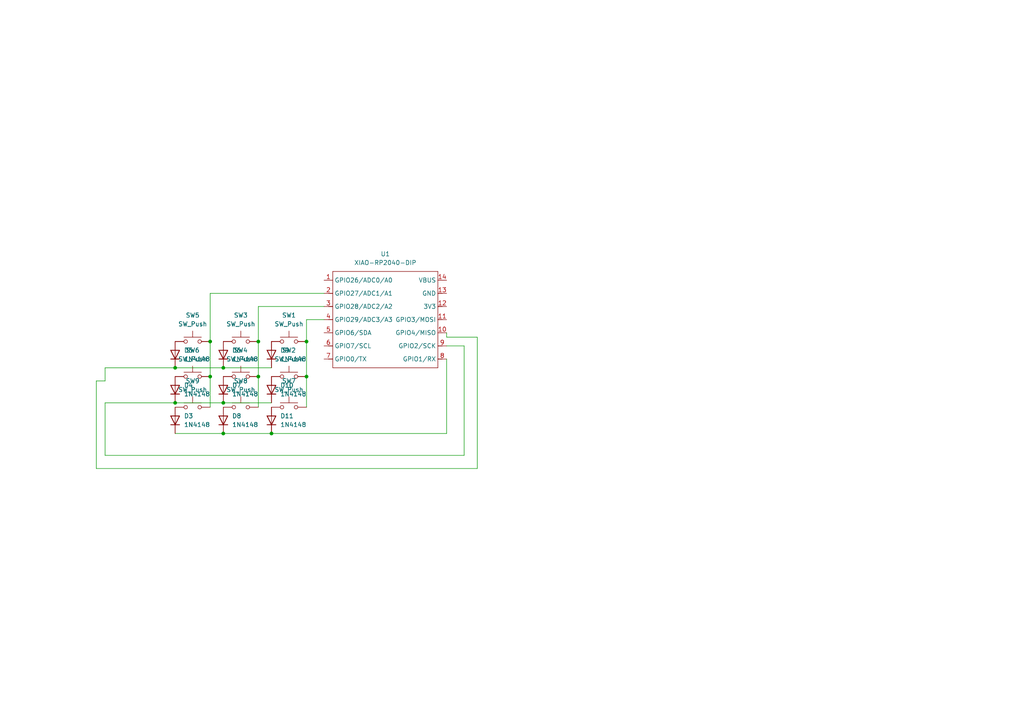
<source format=kicad_sch>
(kicad_sch
	(version 20250114)
	(generator "eeschema")
	(generator_version "9.0")
	(uuid "73460db4-8785-4eff-af46-a45153cda557")
	(paper "A4")
	(lib_symbols
		(symbol "Diode:1N4148"
			(pin_numbers
				(hide yes)
			)
			(pin_names
				(hide yes)
			)
			(exclude_from_sim no)
			(in_bom yes)
			(on_board yes)
			(property "Reference" "D"
				(at 0 2.54 0)
				(effects
					(font
						(size 1.27 1.27)
					)
				)
			)
			(property "Value" "1N4148"
				(at 0 -2.54 0)
				(effects
					(font
						(size 1.27 1.27)
					)
				)
			)
			(property "Footprint" "Diode_THT:D_DO-35_SOD27_P7.62mm_Horizontal"
				(at 0 0 0)
				(effects
					(font
						(size 1.27 1.27)
					)
					(hide yes)
				)
			)
			(property "Datasheet" "https://assets.nexperia.com/documents/data-sheet/1N4148_1N4448.pdf"
				(at 0 0 0)
				(effects
					(font
						(size 1.27 1.27)
					)
					(hide yes)
				)
			)
			(property "Description" "100V 0.15A standard switching diode, DO-35"
				(at 0 0 0)
				(effects
					(font
						(size 1.27 1.27)
					)
					(hide yes)
				)
			)
			(property "Sim.Device" "D"
				(at 0 0 0)
				(effects
					(font
						(size 1.27 1.27)
					)
					(hide yes)
				)
			)
			(property "Sim.Pins" "1=K 2=A"
				(at 0 0 0)
				(effects
					(font
						(size 1.27 1.27)
					)
					(hide yes)
				)
			)
			(property "ki_keywords" "diode"
				(at 0 0 0)
				(effects
					(font
						(size 1.27 1.27)
					)
					(hide yes)
				)
			)
			(property "ki_fp_filters" "D*DO?35*"
				(at 0 0 0)
				(effects
					(font
						(size 1.27 1.27)
					)
					(hide yes)
				)
			)
			(symbol "1N4148_0_1"
				(polyline
					(pts
						(xy -1.27 1.27) (xy -1.27 -1.27)
					)
					(stroke
						(width 0.254)
						(type default)
					)
					(fill
						(type none)
					)
				)
				(polyline
					(pts
						(xy 1.27 1.27) (xy 1.27 -1.27) (xy -1.27 0) (xy 1.27 1.27)
					)
					(stroke
						(width 0.254)
						(type default)
					)
					(fill
						(type none)
					)
				)
				(polyline
					(pts
						(xy 1.27 0) (xy -1.27 0)
					)
					(stroke
						(width 0)
						(type default)
					)
					(fill
						(type none)
					)
				)
			)
			(symbol "1N4148_1_1"
				(pin passive line
					(at -3.81 0 0)
					(length 2.54)
					(name "K"
						(effects
							(font
								(size 1.27 1.27)
							)
						)
					)
					(number "1"
						(effects
							(font
								(size 1.27 1.27)
							)
						)
					)
				)
				(pin passive line
					(at 3.81 0 180)
					(length 2.54)
					(name "A"
						(effects
							(font
								(size 1.27 1.27)
							)
						)
					)
					(number "2"
						(effects
							(font
								(size 1.27 1.27)
							)
						)
					)
				)
			)
			(embedded_fonts no)
		)
		(symbol "Seeed_Studio_XIAO_Series:XIAO-RP2040-DIP"
			(exclude_from_sim no)
			(in_bom yes)
			(on_board yes)
			(property "Reference" "U"
				(at 0 0 0)
				(effects
					(font
						(size 1.27 1.27)
					)
				)
			)
			(property "Value" "XIAO-RP2040-DIP"
				(at 5.334 -1.778 0)
				(effects
					(font
						(size 1.27 1.27)
					)
				)
			)
			(property "Footprint" "Module:MOUDLE14P-XIAO-DIP-SMD"
				(at 14.478 -32.258 0)
				(effects
					(font
						(size 1.27 1.27)
					)
					(hide yes)
				)
			)
			(property "Datasheet" ""
				(at 0 0 0)
				(effects
					(font
						(size 1.27 1.27)
					)
					(hide yes)
				)
			)
			(property "Description" ""
				(at 0 0 0)
				(effects
					(font
						(size 1.27 1.27)
					)
					(hide yes)
				)
			)
			(symbol "XIAO-RP2040-DIP_1_0"
				(polyline
					(pts
						(xy -1.27 -2.54) (xy 29.21 -2.54)
					)
					(stroke
						(width 0.1524)
						(type solid)
					)
					(fill
						(type none)
					)
				)
				(polyline
					(pts
						(xy -1.27 -5.08) (xy -2.54 -5.08)
					)
					(stroke
						(width 0.1524)
						(type solid)
					)
					(fill
						(type none)
					)
				)
				(polyline
					(pts
						(xy -1.27 -5.08) (xy -1.27 -2.54)
					)
					(stroke
						(width 0.1524)
						(type solid)
					)
					(fill
						(type none)
					)
				)
				(polyline
					(pts
						(xy -1.27 -8.89) (xy -2.54 -8.89)
					)
					(stroke
						(width 0.1524)
						(type solid)
					)
					(fill
						(type none)
					)
				)
				(polyline
					(pts
						(xy -1.27 -8.89) (xy -1.27 -5.08)
					)
					(stroke
						(width 0.1524)
						(type solid)
					)
					(fill
						(type none)
					)
				)
				(polyline
					(pts
						(xy -1.27 -12.7) (xy -2.54 -12.7)
					)
					(stroke
						(width 0.1524)
						(type solid)
					)
					(fill
						(type none)
					)
				)
				(polyline
					(pts
						(xy -1.27 -12.7) (xy -1.27 -8.89)
					)
					(stroke
						(width 0.1524)
						(type solid)
					)
					(fill
						(type none)
					)
				)
				(polyline
					(pts
						(xy -1.27 -16.51) (xy -2.54 -16.51)
					)
					(stroke
						(width 0.1524)
						(type solid)
					)
					(fill
						(type none)
					)
				)
				(polyline
					(pts
						(xy -1.27 -16.51) (xy -1.27 -12.7)
					)
					(stroke
						(width 0.1524)
						(type solid)
					)
					(fill
						(type none)
					)
				)
				(polyline
					(pts
						(xy -1.27 -20.32) (xy -2.54 -20.32)
					)
					(stroke
						(width 0.1524)
						(type solid)
					)
					(fill
						(type none)
					)
				)
				(polyline
					(pts
						(xy -1.27 -24.13) (xy -2.54 -24.13)
					)
					(stroke
						(width 0.1524)
						(type solid)
					)
					(fill
						(type none)
					)
				)
				(polyline
					(pts
						(xy -1.27 -27.94) (xy -2.54 -27.94)
					)
					(stroke
						(width 0.1524)
						(type solid)
					)
					(fill
						(type none)
					)
				)
				(polyline
					(pts
						(xy -1.27 -30.48) (xy -1.27 -16.51)
					)
					(stroke
						(width 0.1524)
						(type solid)
					)
					(fill
						(type none)
					)
				)
				(polyline
					(pts
						(xy 29.21 -2.54) (xy 29.21 -5.08)
					)
					(stroke
						(width 0.1524)
						(type solid)
					)
					(fill
						(type none)
					)
				)
				(polyline
					(pts
						(xy 29.21 -5.08) (xy 29.21 -8.89)
					)
					(stroke
						(width 0.1524)
						(type solid)
					)
					(fill
						(type none)
					)
				)
				(polyline
					(pts
						(xy 29.21 -8.89) (xy 29.21 -12.7)
					)
					(stroke
						(width 0.1524)
						(type solid)
					)
					(fill
						(type none)
					)
				)
				(polyline
					(pts
						(xy 29.21 -12.7) (xy 29.21 -30.48)
					)
					(stroke
						(width 0.1524)
						(type solid)
					)
					(fill
						(type none)
					)
				)
				(polyline
					(pts
						(xy 29.21 -30.48) (xy -1.27 -30.48)
					)
					(stroke
						(width 0.1524)
						(type solid)
					)
					(fill
						(type none)
					)
				)
				(polyline
					(pts
						(xy 30.48 -5.08) (xy 29.21 -5.08)
					)
					(stroke
						(width 0.1524)
						(type solid)
					)
					(fill
						(type none)
					)
				)
				(polyline
					(pts
						(xy 30.48 -8.89) (xy 29.21 -8.89)
					)
					(stroke
						(width 0.1524)
						(type solid)
					)
					(fill
						(type none)
					)
				)
				(polyline
					(pts
						(xy 30.48 -12.7) (xy 29.21 -12.7)
					)
					(stroke
						(width 0.1524)
						(type solid)
					)
					(fill
						(type none)
					)
				)
				(polyline
					(pts
						(xy 30.48 -16.51) (xy 29.21 -16.51)
					)
					(stroke
						(width 0.1524)
						(type solid)
					)
					(fill
						(type none)
					)
				)
				(polyline
					(pts
						(xy 30.48 -20.32) (xy 29.21 -20.32)
					)
					(stroke
						(width 0.1524)
						(type solid)
					)
					(fill
						(type none)
					)
				)
				(polyline
					(pts
						(xy 30.48 -24.13) (xy 29.21 -24.13)
					)
					(stroke
						(width 0.1524)
						(type solid)
					)
					(fill
						(type none)
					)
				)
				(polyline
					(pts
						(xy 30.48 -27.94) (xy 29.21 -27.94)
					)
					(stroke
						(width 0.1524)
						(type solid)
					)
					(fill
						(type none)
					)
				)
				(pin passive line
					(at -3.81 -5.08 0)
					(length 2.54)
					(name "GPIO26/ADC0/A0"
						(effects
							(font
								(size 1.27 1.27)
							)
						)
					)
					(number "1"
						(effects
							(font
								(size 1.27 1.27)
							)
						)
					)
				)
				(pin passive line
					(at -3.81 -8.89 0)
					(length 2.54)
					(name "GPIO27/ADC1/A1"
						(effects
							(font
								(size 1.27 1.27)
							)
						)
					)
					(number "2"
						(effects
							(font
								(size 1.27 1.27)
							)
						)
					)
				)
				(pin passive line
					(at -3.81 -12.7 0)
					(length 2.54)
					(name "GPIO28/ADC2/A2"
						(effects
							(font
								(size 1.27 1.27)
							)
						)
					)
					(number "3"
						(effects
							(font
								(size 1.27 1.27)
							)
						)
					)
				)
				(pin passive line
					(at -3.81 -16.51 0)
					(length 2.54)
					(name "GPIO29/ADC3/A3"
						(effects
							(font
								(size 1.27 1.27)
							)
						)
					)
					(number "4"
						(effects
							(font
								(size 1.27 1.27)
							)
						)
					)
				)
				(pin passive line
					(at -3.81 -20.32 0)
					(length 2.54)
					(name "GPIO6/SDA"
						(effects
							(font
								(size 1.27 1.27)
							)
						)
					)
					(number "5"
						(effects
							(font
								(size 1.27 1.27)
							)
						)
					)
				)
				(pin passive line
					(at -3.81 -24.13 0)
					(length 2.54)
					(name "GPIO7/SCL"
						(effects
							(font
								(size 1.27 1.27)
							)
						)
					)
					(number "6"
						(effects
							(font
								(size 1.27 1.27)
							)
						)
					)
				)
				(pin passive line
					(at -3.81 -27.94 0)
					(length 2.54)
					(name "GPIO0/TX"
						(effects
							(font
								(size 1.27 1.27)
							)
						)
					)
					(number "7"
						(effects
							(font
								(size 1.27 1.27)
							)
						)
					)
				)
				(pin passive line
					(at 31.75 -5.08 180)
					(length 2.54)
					(name "VBUS"
						(effects
							(font
								(size 1.27 1.27)
							)
						)
					)
					(number "14"
						(effects
							(font
								(size 1.27 1.27)
							)
						)
					)
				)
				(pin passive line
					(at 31.75 -8.89 180)
					(length 2.54)
					(name "GND"
						(effects
							(font
								(size 1.27 1.27)
							)
						)
					)
					(number "13"
						(effects
							(font
								(size 1.27 1.27)
							)
						)
					)
				)
				(pin passive line
					(at 31.75 -12.7 180)
					(length 2.54)
					(name "3V3"
						(effects
							(font
								(size 1.27 1.27)
							)
						)
					)
					(number "12"
						(effects
							(font
								(size 1.27 1.27)
							)
						)
					)
				)
				(pin passive line
					(at 31.75 -16.51 180)
					(length 2.54)
					(name "GPIO3/MOSI"
						(effects
							(font
								(size 1.27 1.27)
							)
						)
					)
					(number "11"
						(effects
							(font
								(size 1.27 1.27)
							)
						)
					)
				)
				(pin passive line
					(at 31.75 -20.32 180)
					(length 2.54)
					(name "GPIO4/MISO"
						(effects
							(font
								(size 1.27 1.27)
							)
						)
					)
					(number "10"
						(effects
							(font
								(size 1.27 1.27)
							)
						)
					)
				)
				(pin passive line
					(at 31.75 -24.13 180)
					(length 2.54)
					(name "GPIO2/SCK"
						(effects
							(font
								(size 1.27 1.27)
							)
						)
					)
					(number "9"
						(effects
							(font
								(size 1.27 1.27)
							)
						)
					)
				)
				(pin passive line
					(at 31.75 -27.94 180)
					(length 2.54)
					(name "GPIO1/RX"
						(effects
							(font
								(size 1.27 1.27)
							)
						)
					)
					(number "8"
						(effects
							(font
								(size 1.27 1.27)
							)
						)
					)
				)
			)
			(embedded_fonts no)
		)
		(symbol "Switch:SW_Push"
			(pin_numbers
				(hide yes)
			)
			(pin_names
				(offset 1.016)
				(hide yes)
			)
			(exclude_from_sim no)
			(in_bom yes)
			(on_board yes)
			(property "Reference" "SW"
				(at 1.27 2.54 0)
				(effects
					(font
						(size 1.27 1.27)
					)
					(justify left)
				)
			)
			(property "Value" "SW_Push"
				(at 0 -1.524 0)
				(effects
					(font
						(size 1.27 1.27)
					)
				)
			)
			(property "Footprint" ""
				(at 0 5.08 0)
				(effects
					(font
						(size 1.27 1.27)
					)
					(hide yes)
				)
			)
			(property "Datasheet" "~"
				(at 0 5.08 0)
				(effects
					(font
						(size 1.27 1.27)
					)
					(hide yes)
				)
			)
			(property "Description" "Push button switch, generic, two pins"
				(at 0 0 0)
				(effects
					(font
						(size 1.27 1.27)
					)
					(hide yes)
				)
			)
			(property "ki_keywords" "switch normally-open pushbutton push-button"
				(at 0 0 0)
				(effects
					(font
						(size 1.27 1.27)
					)
					(hide yes)
				)
			)
			(symbol "SW_Push_0_1"
				(circle
					(center -2.032 0)
					(radius 0.508)
					(stroke
						(width 0)
						(type default)
					)
					(fill
						(type none)
					)
				)
				(polyline
					(pts
						(xy 0 1.27) (xy 0 3.048)
					)
					(stroke
						(width 0)
						(type default)
					)
					(fill
						(type none)
					)
				)
				(circle
					(center 2.032 0)
					(radius 0.508)
					(stroke
						(width 0)
						(type default)
					)
					(fill
						(type none)
					)
				)
				(polyline
					(pts
						(xy 2.54 1.27) (xy -2.54 1.27)
					)
					(stroke
						(width 0)
						(type default)
					)
					(fill
						(type none)
					)
				)
				(pin passive line
					(at -5.08 0 0)
					(length 2.54)
					(name "1"
						(effects
							(font
								(size 1.27 1.27)
							)
						)
					)
					(number "1"
						(effects
							(font
								(size 1.27 1.27)
							)
						)
					)
				)
				(pin passive line
					(at 5.08 0 180)
					(length 2.54)
					(name "2"
						(effects
							(font
								(size 1.27 1.27)
							)
						)
					)
					(number "2"
						(effects
							(font
								(size 1.27 1.27)
							)
						)
					)
				)
			)
			(embedded_fonts no)
		)
	)
	(junction
		(at 64.77 125.73)
		(diameter 0)
		(color 0 0 0 0)
		(uuid "16b2296a-bf0d-448c-902b-0930ef6d64ca")
	)
	(junction
		(at 88.9 109.22)
		(diameter 0)
		(color 0 0 0 0)
		(uuid "44a2c96b-5f70-4eca-a419-58aba9f25467")
	)
	(junction
		(at 60.96 99.06)
		(diameter 0)
		(color 0 0 0 0)
		(uuid "5773edd8-eb9b-47ad-a823-7b777b7d73ac")
	)
	(junction
		(at 50.8 106.68)
		(diameter 0)
		(color 0 0 0 0)
		(uuid "66b10d21-ff6d-4d9c-a187-d924c30edf82")
	)
	(junction
		(at 64.77 116.84)
		(diameter 0)
		(color 0 0 0 0)
		(uuid "7ec78675-1029-4909-9daa-07c3ad7d1c60")
	)
	(junction
		(at 64.77 106.68)
		(diameter 0)
		(color 0 0 0 0)
		(uuid "ab07e7c0-c71f-44e1-b233-ef9d1529586f")
	)
	(junction
		(at 74.93 99.06)
		(diameter 0)
		(color 0 0 0 0)
		(uuid "b974d966-d64c-4006-93a1-62d4365f8f82")
	)
	(junction
		(at 88.9 99.06)
		(diameter 0)
		(color 0 0 0 0)
		(uuid "c2959665-d524-4718-9781-58ffbee71b44")
	)
	(junction
		(at 74.93 109.22)
		(diameter 0)
		(color 0 0 0 0)
		(uuid "cdec7703-fa00-4da8-a178-1f2f5617f369")
	)
	(junction
		(at 50.8 116.84)
		(diameter 0)
		(color 0 0 0 0)
		(uuid "ce44e81a-0185-4ecd-8932-67c5dfae112c")
	)
	(junction
		(at 78.74 125.73)
		(diameter 0)
		(color 0 0 0 0)
		(uuid "d6e4674e-366f-4383-b3ec-3e4d056349b4")
	)
	(junction
		(at 60.96 109.22)
		(diameter 0)
		(color 0 0 0 0)
		(uuid "d9f971bd-78b9-49c8-b969-5b36df052f35")
	)
	(wire
		(pts
			(xy 50.8 125.73) (xy 64.77 125.73)
		)
		(stroke
			(width 0)
			(type default)
		)
		(uuid "00f8dca5-c495-4e49-b038-dd7dda81bbdb")
	)
	(wire
		(pts
			(xy 60.96 85.09) (xy 93.98 85.09)
		)
		(stroke
			(width 0)
			(type default)
		)
		(uuid "0c223729-3814-46ce-848f-daf6c47d0858")
	)
	(wire
		(pts
			(xy 93.98 92.71) (xy 88.9 92.71)
		)
		(stroke
			(width 0)
			(type default)
		)
		(uuid "0c7281f9-b21b-453a-bc17-f5599f4a8c7e")
	)
	(wire
		(pts
			(xy 30.48 116.84) (xy 30.48 132.08)
		)
		(stroke
			(width 0)
			(type default)
		)
		(uuid "154b14ca-8d27-4d8a-9b32-5b109b6eaf21")
	)
	(wire
		(pts
			(xy 129.54 97.79) (xy 129.54 96.52)
		)
		(stroke
			(width 0)
			(type default)
		)
		(uuid "29ddf4bf-58aa-4da6-86bc-625ac04bdb9e")
	)
	(wire
		(pts
			(xy 138.43 135.89) (xy 138.43 97.79)
		)
		(stroke
			(width 0)
			(type default)
		)
		(uuid "2faa62ab-279a-46ad-96d6-c0c15c65c04d")
	)
	(wire
		(pts
			(xy 78.74 116.84) (xy 64.77 116.84)
		)
		(stroke
			(width 0)
			(type default)
		)
		(uuid "2fbfecab-a5db-49ba-89f6-dba73c6d4fab")
	)
	(wire
		(pts
			(xy 74.93 88.9) (xy 93.98 88.9)
		)
		(stroke
			(width 0)
			(type default)
		)
		(uuid "4efb7ad2-4211-42b0-af07-3de1d6c9117e")
	)
	(wire
		(pts
			(xy 78.74 125.73) (xy 129.54 125.73)
		)
		(stroke
			(width 0)
			(type default)
		)
		(uuid "582ede89-4880-4803-999a-da40d7117c33")
	)
	(wire
		(pts
			(xy 64.77 125.73) (xy 78.74 125.73)
		)
		(stroke
			(width 0)
			(type default)
		)
		(uuid "5877cbaa-7d7c-4ef8-9977-c36a64acac16")
	)
	(wire
		(pts
			(xy 129.54 125.73) (xy 129.54 104.14)
		)
		(stroke
			(width 0)
			(type default)
		)
		(uuid "6a9a5f71-aa85-4c58-b929-3fa1dd9aa7d0")
	)
	(wire
		(pts
			(xy 30.48 110.49) (xy 27.94 110.49)
		)
		(stroke
			(width 0)
			(type default)
		)
		(uuid "71d4892b-7b1f-4622-bb39-86e92f4d6299")
	)
	(wire
		(pts
			(xy 88.9 99.06) (xy 88.9 109.22)
		)
		(stroke
			(width 0)
			(type default)
		)
		(uuid "80138f06-26cc-487b-84e9-d21ddae23f67")
	)
	(wire
		(pts
			(xy 30.48 132.08) (xy 134.62 132.08)
		)
		(stroke
			(width 0)
			(type default)
		)
		(uuid "816225b0-281b-4a6b-b650-dd0cb6e0078d")
	)
	(wire
		(pts
			(xy 134.62 132.08) (xy 134.62 100.33)
		)
		(stroke
			(width 0)
			(type default)
		)
		(uuid "816ffdb9-2c4c-477b-9025-6a61aea8f556")
	)
	(wire
		(pts
			(xy 50.8 116.84) (xy 30.48 116.84)
		)
		(stroke
			(width 0)
			(type default)
		)
		(uuid "83f8059b-4627-45de-8e71-a48b03f27a27")
	)
	(wire
		(pts
			(xy 27.94 110.49) (xy 27.94 135.89)
		)
		(stroke
			(width 0)
			(type default)
		)
		(uuid "88f829fd-9b27-436d-b76d-794886fcab08")
	)
	(wire
		(pts
			(xy 60.96 109.22) (xy 60.96 118.11)
		)
		(stroke
			(width 0)
			(type default)
		)
		(uuid "927427c1-178a-4535-92ba-cc7abf998665")
	)
	(wire
		(pts
			(xy 27.94 135.89) (xy 138.43 135.89)
		)
		(stroke
			(width 0)
			(type default)
		)
		(uuid "95d94f6e-02fc-4fe0-9121-1449ced8ede3")
	)
	(wire
		(pts
			(xy 60.96 99.06) (xy 60.96 109.22)
		)
		(stroke
			(width 0)
			(type default)
		)
		(uuid "9b74b089-88d2-4f5c-a463-8eb529e907f6")
	)
	(wire
		(pts
			(xy 74.93 109.22) (xy 74.93 118.11)
		)
		(stroke
			(width 0)
			(type default)
		)
		(uuid "9d8edf86-7c4d-45b0-9ecb-85649473a5f5")
	)
	(wire
		(pts
			(xy 30.48 106.68) (xy 50.8 106.68)
		)
		(stroke
			(width 0)
			(type default)
		)
		(uuid "9f67369c-4439-4c50-953c-a94e1532d966")
	)
	(wire
		(pts
			(xy 30.48 106.68) (xy 30.48 110.49)
		)
		(stroke
			(width 0)
			(type default)
		)
		(uuid "9fa2e46c-c92e-43c0-b889-fe54c4b50208")
	)
	(wire
		(pts
			(xy 64.77 116.84) (xy 50.8 116.84)
		)
		(stroke
			(width 0)
			(type default)
		)
		(uuid "a47d13c4-0c18-4ccb-af6b-a8509b604c03")
	)
	(wire
		(pts
			(xy 64.77 106.68) (xy 78.74 106.68)
		)
		(stroke
			(width 0)
			(type default)
		)
		(uuid "b04aaaf9-ff97-490a-bca7-3fc93411bf34")
	)
	(wire
		(pts
			(xy 138.43 97.79) (xy 129.54 97.79)
		)
		(stroke
			(width 0)
			(type default)
		)
		(uuid "b8e95a33-2dea-4682-86fd-e13581f7bd5d")
	)
	(wire
		(pts
			(xy 50.8 106.68) (xy 64.77 106.68)
		)
		(stroke
			(width 0)
			(type default)
		)
		(uuid "ba8117e7-b7fc-4290-a2b5-b3901780b85b")
	)
	(wire
		(pts
			(xy 74.93 99.06) (xy 74.93 109.22)
		)
		(stroke
			(width 0)
			(type default)
		)
		(uuid "bbaed887-4bf0-47ec-9d96-4cb9ca0343b5")
	)
	(wire
		(pts
			(xy 134.62 100.33) (xy 129.54 100.33)
		)
		(stroke
			(width 0)
			(type default)
		)
		(uuid "c52e103a-d1ac-498a-b416-604ab58c7552")
	)
	(wire
		(pts
			(xy 88.9 109.22) (xy 88.9 118.11)
		)
		(stroke
			(width 0)
			(type default)
		)
		(uuid "c94e38aa-b550-477e-aa8b-4f9d47661aab")
	)
	(wire
		(pts
			(xy 88.9 92.71) (xy 88.9 99.06)
		)
		(stroke
			(width 0)
			(type default)
		)
		(uuid "d1e2ab58-ebca-4b07-8479-351046f8de08")
	)
	(wire
		(pts
			(xy 60.96 85.09) (xy 60.96 99.06)
		)
		(stroke
			(width 0)
			(type default)
		)
		(uuid "d64227f6-601e-4aed-b3e0-389cf9843af6")
	)
	(wire
		(pts
			(xy 74.93 88.9) (xy 74.93 99.06)
		)
		(stroke
			(width 0)
			(type default)
		)
		(uuid "d708e020-a9d9-414a-a174-80cb731eb106")
	)
	(symbol
		(lib_id "Switch:SW_Push")
		(at 69.85 118.11 0)
		(unit 1)
		(exclude_from_sim no)
		(in_bom yes)
		(on_board yes)
		(dnp no)
		(fields_autoplaced yes)
		(uuid "031df855-bdd7-4c58-b4b9-0f8dfb758ee7")
		(property "Reference" "SW8"
			(at 69.85 110.49 0)
			(effects
				(font
					(size 1.27 1.27)
				)
			)
		)
		(property "Value" "SW_Push"
			(at 69.85 113.03 0)
			(effects
				(font
					(size 1.27 1.27)
				)
			)
		)
		(property "Footprint" "Button_Switch_Keyboard:SW_Cherry_MX_1.00u_PCB"
			(at 69.85 113.03 0)
			(effects
				(font
					(size 1.27 1.27)
				)
				(hide yes)
			)
		)
		(property "Datasheet" "~"
			(at 69.85 113.03 0)
			(effects
				(font
					(size 1.27 1.27)
				)
				(hide yes)
			)
		)
		(property "Description" "Push button switch, generic, two pins"
			(at 69.85 118.11 0)
			(effects
				(font
					(size 1.27 1.27)
				)
				(hide yes)
			)
		)
		(pin "1"
			(uuid "776101c0-19ea-48c0-8a0f-b9e7968ca39e")
		)
		(pin "2"
			(uuid "98e0c4fb-c424-4239-abee-34b6fcab56eb")
		)
		(instances
			(project "Macropad"
				(path "/73460db4-8785-4eff-af46-a45153cda557"
					(reference "SW8")
					(unit 1)
				)
			)
		)
	)
	(symbol
		(lib_id "Switch:SW_Push")
		(at 83.82 118.11 0)
		(unit 1)
		(exclude_from_sim no)
		(in_bom yes)
		(on_board yes)
		(dnp no)
		(fields_autoplaced yes)
		(uuid "04874261-2a28-49b5-bc0c-64af2c64ab6f")
		(property "Reference" "SW7"
			(at 83.82 110.49 0)
			(effects
				(font
					(size 1.27 1.27)
				)
			)
		)
		(property "Value" "SW_Push"
			(at 83.82 113.03 0)
			(effects
				(font
					(size 1.27 1.27)
				)
			)
		)
		(property "Footprint" "Button_Switch_Keyboard:SW_Cherry_MX_1.00u_PCB"
			(at 83.82 113.03 0)
			(effects
				(font
					(size 1.27 1.27)
				)
				(hide yes)
			)
		)
		(property "Datasheet" "~"
			(at 83.82 113.03 0)
			(effects
				(font
					(size 1.27 1.27)
				)
				(hide yes)
			)
		)
		(property "Description" "Push button switch, generic, two pins"
			(at 83.82 118.11 0)
			(effects
				(font
					(size 1.27 1.27)
				)
				(hide yes)
			)
		)
		(pin "1"
			(uuid "a4fbba75-c1a3-472e-8e3a-ac1c0a6c95ce")
		)
		(pin "2"
			(uuid "fb4da492-06af-4f00-8d87-34384567df31")
		)
		(instances
			(project "Macropad"
				(path "/73460db4-8785-4eff-af46-a45153cda557"
					(reference "SW7")
					(unit 1)
				)
			)
		)
	)
	(symbol
		(lib_id "Diode:1N4148")
		(at 50.8 102.87 90)
		(unit 1)
		(exclude_from_sim no)
		(in_bom yes)
		(on_board yes)
		(dnp no)
		(fields_autoplaced yes)
		(uuid "07c5b36d-b5dd-41b7-aa73-5f7329e81a2e")
		(property "Reference" "D5"
			(at 53.34 101.5999 90)
			(effects
				(font
					(size 1.27 1.27)
				)
				(justify right)
			)
		)
		(property "Value" "1N4148"
			(at 53.34 104.1399 90)
			(effects
				(font
					(size 1.27 1.27)
				)
				(justify right)
			)
		)
		(property "Footprint" "Diode_THT:D_DO-35_SOD27_P7.62mm_Horizontal"
			(at 50.8 102.87 0)
			(effects
				(font
					(size 1.27 1.27)
				)
				(hide yes)
			)
		)
		(property "Datasheet" "https://assets.nexperia.com/documents/data-sheet/1N4148_1N4448.pdf"
			(at 50.8 102.87 0)
			(effects
				(font
					(size 1.27 1.27)
				)
				(hide yes)
			)
		)
		(property "Description" "100V 0.15A standard switching diode, DO-35"
			(at 50.8 102.87 0)
			(effects
				(font
					(size 1.27 1.27)
				)
				(hide yes)
			)
		)
		(property "Sim.Device" "D"
			(at 50.8 102.87 0)
			(effects
				(font
					(size 1.27 1.27)
				)
				(hide yes)
			)
		)
		(property "Sim.Pins" "1=K 2=A"
			(at 50.8 102.87 0)
			(effects
				(font
					(size 1.27 1.27)
				)
				(hide yes)
			)
		)
		(pin "1"
			(uuid "41d11a04-98a2-431e-bd4d-daa35d8507ef")
		)
		(pin "2"
			(uuid "f60af89d-4e08-4f8d-bad7-b877070beb79")
		)
		(instances
			(project "Macropad"
				(path "/73460db4-8785-4eff-af46-a45153cda557"
					(reference "D5")
					(unit 1)
				)
			)
		)
	)
	(symbol
		(lib_id "Switch:SW_Push")
		(at 83.82 109.22 0)
		(unit 1)
		(exclude_from_sim no)
		(in_bom yes)
		(on_board yes)
		(dnp no)
		(fields_autoplaced yes)
		(uuid "0a961d7c-593f-4e87-ba9b-4799111a19aa")
		(property "Reference" "SW2"
			(at 83.82 101.6 0)
			(effects
				(font
					(size 1.27 1.27)
				)
			)
		)
		(property "Value" "SW_Push"
			(at 83.82 104.14 0)
			(effects
				(font
					(size 1.27 1.27)
				)
			)
		)
		(property "Footprint" "Button_Switch_Keyboard:SW_Cherry_MX_1.00u_PCB"
			(at 83.82 104.14 0)
			(effects
				(font
					(size 1.27 1.27)
				)
				(hide yes)
			)
		)
		(property "Datasheet" "~"
			(at 83.82 104.14 0)
			(effects
				(font
					(size 1.27 1.27)
				)
				(hide yes)
			)
		)
		(property "Description" "Push button switch, generic, two pins"
			(at 83.82 109.22 0)
			(effects
				(font
					(size 1.27 1.27)
				)
				(hide yes)
			)
		)
		(pin "1"
			(uuid "7fd2b30c-52bb-4145-a25a-4e1b19d3917f")
		)
		(pin "2"
			(uuid "92f2d031-2a18-4777-8d91-67343ece9e34")
		)
		(instances
			(project "Macropad"
				(path "/73460db4-8785-4eff-af46-a45153cda557"
					(reference "SW2")
					(unit 1)
				)
			)
		)
	)
	(symbol
		(lib_id "Switch:SW_Push")
		(at 55.88 109.22 0)
		(unit 1)
		(exclude_from_sim no)
		(in_bom yes)
		(on_board yes)
		(dnp no)
		(fields_autoplaced yes)
		(uuid "1c92ddb1-a779-47a4-92dc-de51cca8474e")
		(property "Reference" "SW6"
			(at 55.88 101.6 0)
			(effects
				(font
					(size 1.27 1.27)
				)
			)
		)
		(property "Value" "SW_Push"
			(at 55.88 104.14 0)
			(effects
				(font
					(size 1.27 1.27)
				)
			)
		)
		(property "Footprint" "Button_Switch_Keyboard:SW_Cherry_MX_1.00u_PCB"
			(at 55.88 104.14 0)
			(effects
				(font
					(size 1.27 1.27)
				)
				(hide yes)
			)
		)
		(property "Datasheet" "~"
			(at 55.88 104.14 0)
			(effects
				(font
					(size 1.27 1.27)
				)
				(hide yes)
			)
		)
		(property "Description" "Push button switch, generic, two pins"
			(at 55.88 109.22 0)
			(effects
				(font
					(size 1.27 1.27)
				)
				(hide yes)
			)
		)
		(pin "1"
			(uuid "e1b33fc0-4f6e-4c7d-a148-0ed558dba676")
		)
		(pin "2"
			(uuid "750e0152-4abd-4483-a043-3ee912c4bd8d")
		)
		(instances
			(project "Macropad"
				(path "/73460db4-8785-4eff-af46-a45153cda557"
					(reference "SW6")
					(unit 1)
				)
			)
		)
	)
	(symbol
		(lib_id "Switch:SW_Push")
		(at 69.85 109.22 0)
		(unit 1)
		(exclude_from_sim no)
		(in_bom yes)
		(on_board yes)
		(dnp no)
		(fields_autoplaced yes)
		(uuid "43dbe74b-d023-40ea-b2d6-b6615cff41d9")
		(property "Reference" "SW4"
			(at 69.85 101.6 0)
			(effects
				(font
					(size 1.27 1.27)
				)
			)
		)
		(property "Value" "SW_Push"
			(at 69.85 104.14 0)
			(effects
				(font
					(size 1.27 1.27)
				)
			)
		)
		(property "Footprint" "Button_Switch_Keyboard:SW_Cherry_MX_1.00u_PCB"
			(at 69.85 104.14 0)
			(effects
				(font
					(size 1.27 1.27)
				)
				(hide yes)
			)
		)
		(property "Datasheet" "~"
			(at 69.85 104.14 0)
			(effects
				(font
					(size 1.27 1.27)
				)
				(hide yes)
			)
		)
		(property "Description" "Push button switch, generic, two pins"
			(at 69.85 109.22 0)
			(effects
				(font
					(size 1.27 1.27)
				)
				(hide yes)
			)
		)
		(pin "1"
			(uuid "0f0ad950-0681-4526-8d8e-7a02ed427e9e")
		)
		(pin "2"
			(uuid "5b71f96b-de40-432c-bbfd-d0ccf80aed1c")
		)
		(instances
			(project "Macropad"
				(path "/73460db4-8785-4eff-af46-a45153cda557"
					(reference "SW4")
					(unit 1)
				)
			)
		)
	)
	(symbol
		(lib_id "Diode:1N4148")
		(at 78.74 113.03 90)
		(unit 1)
		(exclude_from_sim no)
		(in_bom yes)
		(on_board yes)
		(dnp no)
		(fields_autoplaced yes)
		(uuid "696636d1-1ff6-4d7c-95cc-b5c9440396b1")
		(property "Reference" "D10"
			(at 81.28 111.7599 90)
			(effects
				(font
					(size 1.27 1.27)
				)
				(justify right)
			)
		)
		(property "Value" "1N4148"
			(at 81.28 114.2999 90)
			(effects
				(font
					(size 1.27 1.27)
				)
				(justify right)
			)
		)
		(property "Footprint" "Diode_THT:D_DO-35_SOD27_P7.62mm_Horizontal"
			(at 78.74 113.03 0)
			(effects
				(font
					(size 1.27 1.27)
				)
				(hide yes)
			)
		)
		(property "Datasheet" "https://assets.nexperia.com/documents/data-sheet/1N4148_1N4448.pdf"
			(at 78.74 113.03 0)
			(effects
				(font
					(size 1.27 1.27)
				)
				(hide yes)
			)
		)
		(property "Description" "100V 0.15A standard switching diode, DO-35"
			(at 78.74 113.03 0)
			(effects
				(font
					(size 1.27 1.27)
				)
				(hide yes)
			)
		)
		(property "Sim.Device" "D"
			(at 78.74 113.03 0)
			(effects
				(font
					(size 1.27 1.27)
				)
				(hide yes)
			)
		)
		(property "Sim.Pins" "1=K 2=A"
			(at 78.74 113.03 0)
			(effects
				(font
					(size 1.27 1.27)
				)
				(hide yes)
			)
		)
		(pin "1"
			(uuid "1fbb6836-def9-4459-bd7e-8add5e459bf7")
		)
		(pin "2"
			(uuid "f07071c7-38fb-4274-8b77-3a22956d0266")
		)
		(instances
			(project "Macropad"
				(path "/73460db4-8785-4eff-af46-a45153cda557"
					(reference "D10")
					(unit 1)
				)
			)
		)
	)
	(symbol
		(lib_id "Diode:1N4148")
		(at 64.77 102.87 90)
		(unit 1)
		(exclude_from_sim no)
		(in_bom yes)
		(on_board yes)
		(dnp no)
		(fields_autoplaced yes)
		(uuid "780fcc0e-a7ed-4c10-944a-9266d4c0047c")
		(property "Reference" "D6"
			(at 67.31 101.5999 90)
			(effects
				(font
					(size 1.27 1.27)
				)
				(justify right)
			)
		)
		(property "Value" "1N4148"
			(at 67.31 104.1399 90)
			(effects
				(font
					(size 1.27 1.27)
				)
				(justify right)
			)
		)
		(property "Footprint" "Diode_THT:D_DO-35_SOD27_P7.62mm_Horizontal"
			(at 64.77 102.87 0)
			(effects
				(font
					(size 1.27 1.27)
				)
				(hide yes)
			)
		)
		(property "Datasheet" "https://assets.nexperia.com/documents/data-sheet/1N4148_1N4448.pdf"
			(at 64.77 102.87 0)
			(effects
				(font
					(size 1.27 1.27)
				)
				(hide yes)
			)
		)
		(property "Description" "100V 0.15A standard switching diode, DO-35"
			(at 64.77 102.87 0)
			(effects
				(font
					(size 1.27 1.27)
				)
				(hide yes)
			)
		)
		(property "Sim.Device" "D"
			(at 64.77 102.87 0)
			(effects
				(font
					(size 1.27 1.27)
				)
				(hide yes)
			)
		)
		(property "Sim.Pins" "1=K 2=A"
			(at 64.77 102.87 0)
			(effects
				(font
					(size 1.27 1.27)
				)
				(hide yes)
			)
		)
		(pin "1"
			(uuid "4d7e4572-a751-48b1-838e-a8d4570d61f4")
		)
		(pin "2"
			(uuid "08948045-0e15-4ef3-945a-a358ab2e9bb8")
		)
		(instances
			(project "Macropad"
				(path "/73460db4-8785-4eff-af46-a45153cda557"
					(reference "D6")
					(unit 1)
				)
			)
		)
	)
	(symbol
		(lib_id "Diode:1N4148")
		(at 78.74 102.87 90)
		(unit 1)
		(exclude_from_sim no)
		(in_bom yes)
		(on_board yes)
		(dnp no)
		(fields_autoplaced yes)
		(uuid "7887feaa-bbff-4318-ae36-97adef503dd9")
		(property "Reference" "D9"
			(at 81.28 101.5999 90)
			(effects
				(font
					(size 1.27 1.27)
				)
				(justify right)
			)
		)
		(property "Value" "1N4148"
			(at 81.28 104.1399 90)
			(effects
				(font
					(size 1.27 1.27)
				)
				(justify right)
			)
		)
		(property "Footprint" "Diode_THT:D_DO-35_SOD27_P7.62mm_Horizontal"
			(at 78.74 102.87 0)
			(effects
				(font
					(size 1.27 1.27)
				)
				(hide yes)
			)
		)
		(property "Datasheet" "https://assets.nexperia.com/documents/data-sheet/1N4148_1N4448.pdf"
			(at 78.74 102.87 0)
			(effects
				(font
					(size 1.27 1.27)
				)
				(hide yes)
			)
		)
		(property "Description" "100V 0.15A standard switching diode, DO-35"
			(at 78.74 102.87 0)
			(effects
				(font
					(size 1.27 1.27)
				)
				(hide yes)
			)
		)
		(property "Sim.Device" "D"
			(at 78.74 102.87 0)
			(effects
				(font
					(size 1.27 1.27)
				)
				(hide yes)
			)
		)
		(property "Sim.Pins" "1=K 2=A"
			(at 78.74 102.87 0)
			(effects
				(font
					(size 1.27 1.27)
				)
				(hide yes)
			)
		)
		(pin "1"
			(uuid "5a269848-cf7b-4715-8065-094720526bb2")
		)
		(pin "2"
			(uuid "216dfbf0-af24-48a9-a94d-98fca9a027bb")
		)
		(instances
			(project "Macropad"
				(path "/73460db4-8785-4eff-af46-a45153cda557"
					(reference "D9")
					(unit 1)
				)
			)
		)
	)
	(symbol
		(lib_id "Diode:1N4148")
		(at 50.8 113.03 90)
		(unit 1)
		(exclude_from_sim no)
		(in_bom yes)
		(on_board yes)
		(dnp no)
		(fields_autoplaced yes)
		(uuid "7f3be4a5-db6e-4696-b574-2919e194c88a")
		(property "Reference" "D4"
			(at 53.34 111.7599 90)
			(effects
				(font
					(size 1.27 1.27)
				)
				(justify right)
			)
		)
		(property "Value" "1N4148"
			(at 53.34 114.2999 90)
			(effects
				(font
					(size 1.27 1.27)
				)
				(justify right)
			)
		)
		(property "Footprint" "Diode_THT:D_DO-35_SOD27_P7.62mm_Horizontal"
			(at 50.8 113.03 0)
			(effects
				(font
					(size 1.27 1.27)
				)
				(hide yes)
			)
		)
		(property "Datasheet" "https://assets.nexperia.com/documents/data-sheet/1N4148_1N4448.pdf"
			(at 50.8 113.03 0)
			(effects
				(font
					(size 1.27 1.27)
				)
				(hide yes)
			)
		)
		(property "Description" "100V 0.15A standard switching diode, DO-35"
			(at 50.8 113.03 0)
			(effects
				(font
					(size 1.27 1.27)
				)
				(hide yes)
			)
		)
		(property "Sim.Device" "D"
			(at 50.8 113.03 0)
			(effects
				(font
					(size 1.27 1.27)
				)
				(hide yes)
			)
		)
		(property "Sim.Pins" "1=K 2=A"
			(at 50.8 113.03 0)
			(effects
				(font
					(size 1.27 1.27)
				)
				(hide yes)
			)
		)
		(pin "1"
			(uuid "80f720cd-9dac-4fbe-ad99-5047813665a2")
		)
		(pin "2"
			(uuid "b7a7035a-c8f4-4652-ae5a-4ae305f199ae")
		)
		(instances
			(project "Macropad"
				(path "/73460db4-8785-4eff-af46-a45153cda557"
					(reference "D4")
					(unit 1)
				)
			)
		)
	)
	(symbol
		(lib_id "Switch:SW_Push")
		(at 69.85 99.06 0)
		(unit 1)
		(exclude_from_sim no)
		(in_bom yes)
		(on_board yes)
		(dnp no)
		(fields_autoplaced yes)
		(uuid "8137b3c5-f3e0-40ad-9b02-d924b39b370c")
		(property "Reference" "SW3"
			(at 69.85 91.44 0)
			(effects
				(font
					(size 1.27 1.27)
				)
			)
		)
		(property "Value" "SW_Push"
			(at 69.85 93.98 0)
			(effects
				(font
					(size 1.27 1.27)
				)
			)
		)
		(property "Footprint" "Button_Switch_Keyboard:SW_Cherry_MX_1.00u_PCB"
			(at 69.85 93.98 0)
			(effects
				(font
					(size 1.27 1.27)
				)
				(hide yes)
			)
		)
		(property "Datasheet" "~"
			(at 69.85 93.98 0)
			(effects
				(font
					(size 1.27 1.27)
				)
				(hide yes)
			)
		)
		(property "Description" "Push button switch, generic, two pins"
			(at 69.85 99.06 0)
			(effects
				(font
					(size 1.27 1.27)
				)
				(hide yes)
			)
		)
		(pin "1"
			(uuid "aeb41de3-5f72-41e6-a66f-8e594754c6bd")
		)
		(pin "2"
			(uuid "e093b95b-ff53-4736-ae81-facd0c03478b")
		)
		(instances
			(project "Macropad"
				(path "/73460db4-8785-4eff-af46-a45153cda557"
					(reference "SW3")
					(unit 1)
				)
			)
		)
	)
	(symbol
		(lib_id "Switch:SW_Push")
		(at 55.88 99.06 0)
		(unit 1)
		(exclude_from_sim no)
		(in_bom yes)
		(on_board yes)
		(dnp no)
		(fields_autoplaced yes)
		(uuid "a481e184-c90e-4c7a-8ce1-8b657cba06ef")
		(property "Reference" "SW5"
			(at 55.88 91.44 0)
			(effects
				(font
					(size 1.27 1.27)
				)
			)
		)
		(property "Value" "SW_Push"
			(at 55.88 93.98 0)
			(effects
				(font
					(size 1.27 1.27)
				)
			)
		)
		(property "Footprint" "Button_Switch_Keyboard:SW_Cherry_MX_1.00u_PCB"
			(at 55.88 93.98 0)
			(effects
				(font
					(size 1.27 1.27)
				)
				(hide yes)
			)
		)
		(property "Datasheet" "~"
			(at 55.88 93.98 0)
			(effects
				(font
					(size 1.27 1.27)
				)
				(hide yes)
			)
		)
		(property "Description" "Push button switch, generic, two pins"
			(at 55.88 99.06 0)
			(effects
				(font
					(size 1.27 1.27)
				)
				(hide yes)
			)
		)
		(pin "1"
			(uuid "8f7981c0-e777-47a7-8427-2c0480f5e323")
		)
		(pin "2"
			(uuid "5a41cd38-dcfa-4eb2-abc1-cc3044f52377")
		)
		(instances
			(project "Macropad"
				(path "/73460db4-8785-4eff-af46-a45153cda557"
					(reference "SW5")
					(unit 1)
				)
			)
		)
	)
	(symbol
		(lib_id "Diode:1N4148")
		(at 64.77 121.92 90)
		(unit 1)
		(exclude_from_sim no)
		(in_bom yes)
		(on_board yes)
		(dnp no)
		(fields_autoplaced yes)
		(uuid "ade4eb59-07f4-48db-bedb-20de730a3b8a")
		(property "Reference" "D8"
			(at 67.31 120.6499 90)
			(effects
				(font
					(size 1.27 1.27)
				)
				(justify right)
			)
		)
		(property "Value" "1N4148"
			(at 67.31 123.1899 90)
			(effects
				(font
					(size 1.27 1.27)
				)
				(justify right)
			)
		)
		(property "Footprint" "Diode_THT:D_DO-35_SOD27_P7.62mm_Horizontal"
			(at 64.77 121.92 0)
			(effects
				(font
					(size 1.27 1.27)
				)
				(hide yes)
			)
		)
		(property "Datasheet" "https://assets.nexperia.com/documents/data-sheet/1N4148_1N4448.pdf"
			(at 64.77 121.92 0)
			(effects
				(font
					(size 1.27 1.27)
				)
				(hide yes)
			)
		)
		(property "Description" "100V 0.15A standard switching diode, DO-35"
			(at 64.77 121.92 0)
			(effects
				(font
					(size 1.27 1.27)
				)
				(hide yes)
			)
		)
		(property "Sim.Device" "D"
			(at 64.77 121.92 0)
			(effects
				(font
					(size 1.27 1.27)
				)
				(hide yes)
			)
		)
		(property "Sim.Pins" "1=K 2=A"
			(at 64.77 121.92 0)
			(effects
				(font
					(size 1.27 1.27)
				)
				(hide yes)
			)
		)
		(pin "1"
			(uuid "c3a033d5-ddf0-4771-982d-bb2c56148dc1")
		)
		(pin "2"
			(uuid "d48a48f4-c0c3-40dc-8a83-792b00ae16f5")
		)
		(instances
			(project "Macropad"
				(path "/73460db4-8785-4eff-af46-a45153cda557"
					(reference "D8")
					(unit 1)
				)
			)
		)
	)
	(symbol
		(lib_id "Diode:1N4148")
		(at 78.74 121.92 90)
		(unit 1)
		(exclude_from_sim no)
		(in_bom yes)
		(on_board yes)
		(dnp no)
		(fields_autoplaced yes)
		(uuid "ae3a35d9-af3f-4cc7-89fe-c5abe059d5e8")
		(property "Reference" "D11"
			(at 81.28 120.6499 90)
			(effects
				(font
					(size 1.27 1.27)
				)
				(justify right)
			)
		)
		(property "Value" "1N4148"
			(at 81.28 123.1899 90)
			(effects
				(font
					(size 1.27 1.27)
				)
				(justify right)
			)
		)
		(property "Footprint" "Diode_THT:D_DO-35_SOD27_P7.62mm_Horizontal"
			(at 78.74 121.92 0)
			(effects
				(font
					(size 1.27 1.27)
				)
				(hide yes)
			)
		)
		(property "Datasheet" "https://assets.nexperia.com/documents/data-sheet/1N4148_1N4448.pdf"
			(at 78.74 121.92 0)
			(effects
				(font
					(size 1.27 1.27)
				)
				(hide yes)
			)
		)
		(property "Description" "100V 0.15A standard switching diode, DO-35"
			(at 78.74 121.92 0)
			(effects
				(font
					(size 1.27 1.27)
				)
				(hide yes)
			)
		)
		(property "Sim.Device" "D"
			(at 78.74 121.92 0)
			(effects
				(font
					(size 1.27 1.27)
				)
				(hide yes)
			)
		)
		(property "Sim.Pins" "1=K 2=A"
			(at 78.74 121.92 0)
			(effects
				(font
					(size 1.27 1.27)
				)
				(hide yes)
			)
		)
		(pin "1"
			(uuid "f78ee455-7bbf-4395-a2e6-c98ef40b52b6")
		)
		(pin "2"
			(uuid "eed107db-1c53-49d0-85b4-40b8a8f5682d")
		)
		(instances
			(project "Macropad"
				(path "/73460db4-8785-4eff-af46-a45153cda557"
					(reference "D11")
					(unit 1)
				)
			)
		)
	)
	(symbol
		(lib_id "Diode:1N4148")
		(at 50.8 121.92 90)
		(unit 1)
		(exclude_from_sim no)
		(in_bom yes)
		(on_board yes)
		(dnp no)
		(fields_autoplaced yes)
		(uuid "b30f8a63-edf2-4084-8b0f-2147cf13d787")
		(property "Reference" "D3"
			(at 53.34 120.6499 90)
			(effects
				(font
					(size 1.27 1.27)
				)
				(justify right)
			)
		)
		(property "Value" "1N4148"
			(at 53.34 123.1899 90)
			(effects
				(font
					(size 1.27 1.27)
				)
				(justify right)
			)
		)
		(property "Footprint" "Diode_THT:D_DO-35_SOD27_P7.62mm_Horizontal"
			(at 50.8 121.92 0)
			(effects
				(font
					(size 1.27 1.27)
				)
				(hide yes)
			)
		)
		(property "Datasheet" "https://assets.nexperia.com/documents/data-sheet/1N4148_1N4448.pdf"
			(at 50.8 121.92 0)
			(effects
				(font
					(size 1.27 1.27)
				)
				(hide yes)
			)
		)
		(property "Description" "100V 0.15A standard switching diode, DO-35"
			(at 50.8 121.92 0)
			(effects
				(font
					(size 1.27 1.27)
				)
				(hide yes)
			)
		)
		(property "Sim.Device" "D"
			(at 50.8 121.92 0)
			(effects
				(font
					(size 1.27 1.27)
				)
				(hide yes)
			)
		)
		(property "Sim.Pins" "1=K 2=A"
			(at 50.8 121.92 0)
			(effects
				(font
					(size 1.27 1.27)
				)
				(hide yes)
			)
		)
		(pin "1"
			(uuid "a7abbe59-e180-4d8d-b970-b81cdc3d4de7")
		)
		(pin "2"
			(uuid "c2694abc-ad07-42de-b51e-485f698e79ef")
		)
		(instances
			(project ""
				(path "/73460db4-8785-4eff-af46-a45153cda557"
					(reference "D3")
					(unit 1)
				)
			)
		)
	)
	(symbol
		(lib_id "Switch:SW_Push")
		(at 83.82 99.06 0)
		(unit 1)
		(exclude_from_sim no)
		(in_bom yes)
		(on_board yes)
		(dnp no)
		(fields_autoplaced yes)
		(uuid "d9e67773-eb96-4501-b2de-cdc92cff66e0")
		(property "Reference" "SW1"
			(at 83.82 91.44 0)
			(effects
				(font
					(size 1.27 1.27)
				)
			)
		)
		(property "Value" "SW_Push"
			(at 83.82 93.98 0)
			(effects
				(font
					(size 1.27 1.27)
				)
			)
		)
		(property "Footprint" "Button_Switch_Keyboard:SW_Cherry_MX_1.00u_PCB"
			(at 83.82 93.98 0)
			(effects
				(font
					(size 1.27 1.27)
				)
				(hide yes)
			)
		)
		(property "Datasheet" "~"
			(at 83.82 93.98 0)
			(effects
				(font
					(size 1.27 1.27)
				)
				(hide yes)
			)
		)
		(property "Description" "Push button switch, generic, two pins"
			(at 83.82 99.06 0)
			(effects
				(font
					(size 1.27 1.27)
				)
				(hide yes)
			)
		)
		(pin "1"
			(uuid "d6cc242d-95db-4cf7-8f2f-745dda5b130b")
		)
		(pin "2"
			(uuid "bd936e4c-eecc-4903-8533-1bce1a285501")
		)
		(instances
			(project ""
				(path "/73460db4-8785-4eff-af46-a45153cda557"
					(reference "SW1")
					(unit 1)
				)
			)
		)
	)
	(symbol
		(lib_id "Seeed_Studio_XIAO_Series:XIAO-RP2040-DIP")
		(at 97.79 76.2 0)
		(unit 1)
		(exclude_from_sim no)
		(in_bom yes)
		(on_board yes)
		(dnp no)
		(fields_autoplaced yes)
		(uuid "dbd2a5ae-7291-4b80-823d-e6f30aa1a932")
		(property "Reference" "U1"
			(at 111.76 73.66 0)
			(effects
				(font
					(size 1.27 1.27)
				)
			)
		)
		(property "Value" "XIAO-RP2040-DIP"
			(at 111.76 76.2 0)
			(effects
				(font
					(size 1.27 1.27)
				)
			)
		)
		(property "Footprint" "Seeed Studio XIAO Series Library:XIAO-RP2040-DIP"
			(at 112.268 108.458 0)
			(effects
				(font
					(size 1.27 1.27)
				)
				(hide yes)
			)
		)
		(property "Datasheet" ""
			(at 97.79 76.2 0)
			(effects
				(font
					(size 1.27 1.27)
				)
				(hide yes)
			)
		)
		(property "Description" ""
			(at 97.79 76.2 0)
			(effects
				(font
					(size 1.27 1.27)
				)
				(hide yes)
			)
		)
		(pin "13"
			(uuid "5498d778-dc82-47b7-8b52-b3663e1c0e25")
		)
		(pin "4"
			(uuid "7b669c8f-a4e7-4646-ac2f-40b924f03b77")
		)
		(pin "12"
			(uuid "561ab269-fb79-4ab7-afca-0b2c645b07f8")
		)
		(pin "1"
			(uuid "b19f8545-d5c1-49bf-a89b-65e14456605d")
		)
		(pin "2"
			(uuid "7378b5b7-37ba-4c84-a34d-ced920a18eaf")
		)
		(pin "5"
			(uuid "f06310bf-6840-4109-b689-28a377cbba7c")
		)
		(pin "3"
			(uuid "43d90d71-a8eb-44c8-a7f0-d5ea48559dd6")
		)
		(pin "6"
			(uuid "f151ce02-3cb4-4c70-b657-f9a1cb4ba67c")
		)
		(pin "14"
			(uuid "d226bc4d-6742-47a6-9f82-f6780d905972")
		)
		(pin "7"
			(uuid "13f42fbe-5977-44c9-8381-c86dbe076744")
		)
		(pin "11"
			(uuid "d7fe1103-7c87-4eec-8d57-1a5c615daf3d")
		)
		(pin "10"
			(uuid "461a60fc-d471-4933-a747-b8c2cbb9213c")
		)
		(pin "9"
			(uuid "f42f50b0-44f8-4dda-9bd4-dfdd8f8098be")
		)
		(pin "8"
			(uuid "4d642bc4-42bb-4573-9fdc-cff81a90719b")
		)
		(instances
			(project ""
				(path "/73460db4-8785-4eff-af46-a45153cda557"
					(reference "U1")
					(unit 1)
				)
			)
		)
	)
	(symbol
		(lib_id "Diode:1N4148")
		(at 64.77 113.03 90)
		(unit 1)
		(exclude_from_sim no)
		(in_bom yes)
		(on_board yes)
		(dnp no)
		(fields_autoplaced yes)
		(uuid "e25a29ef-42b3-4860-b4ad-31925d302124")
		(property "Reference" "D7"
			(at 67.31 111.7599 90)
			(effects
				(font
					(size 1.27 1.27)
				)
				(justify right)
			)
		)
		(property "Value" "1N4148"
			(at 67.31 114.2999 90)
			(effects
				(font
					(size 1.27 1.27)
				)
				(justify right)
			)
		)
		(property "Footprint" "Diode_THT:D_DO-35_SOD27_P7.62mm_Horizontal"
			(at 64.77 113.03 0)
			(effects
				(font
					(size 1.27 1.27)
				)
				(hide yes)
			)
		)
		(property "Datasheet" "https://assets.nexperia.com/documents/data-sheet/1N4148_1N4448.pdf"
			(at 64.77 113.03 0)
			(effects
				(font
					(size 1.27 1.27)
				)
				(hide yes)
			)
		)
		(property "Description" "100V 0.15A standard switching diode, DO-35"
			(at 64.77 113.03 0)
			(effects
				(font
					(size 1.27 1.27)
				)
				(hide yes)
			)
		)
		(property "Sim.Device" "D"
			(at 64.77 113.03 0)
			(effects
				(font
					(size 1.27 1.27)
				)
				(hide yes)
			)
		)
		(property "Sim.Pins" "1=K 2=A"
			(at 64.77 113.03 0)
			(effects
				(font
					(size 1.27 1.27)
				)
				(hide yes)
			)
		)
		(pin "1"
			(uuid "48b18197-f20a-4eb5-be0c-3d06da5a5104")
		)
		(pin "2"
			(uuid "407d3a6f-aaa5-4e2b-99ce-923f1f2fc4af")
		)
		(instances
			(project "Macropad"
				(path "/73460db4-8785-4eff-af46-a45153cda557"
					(reference "D7")
					(unit 1)
				)
			)
		)
	)
	(symbol
		(lib_id "Switch:SW_Push")
		(at 55.88 118.11 0)
		(unit 1)
		(exclude_from_sim no)
		(in_bom yes)
		(on_board yes)
		(dnp no)
		(fields_autoplaced yes)
		(uuid "f0003628-0fae-4143-a1d0-931c6122793f")
		(property "Reference" "SW9"
			(at 55.88 110.49 0)
			(effects
				(font
					(size 1.27 1.27)
				)
			)
		)
		(property "Value" "SW_Push"
			(at 55.88 113.03 0)
			(effects
				(font
					(size 1.27 1.27)
				)
			)
		)
		(property "Footprint" "Button_Switch_Keyboard:SW_Cherry_MX_1.00u_PCB"
			(at 55.88 113.03 0)
			(effects
				(font
					(size 1.27 1.27)
				)
				(hide yes)
			)
		)
		(property "Datasheet" "~"
			(at 55.88 113.03 0)
			(effects
				(font
					(size 1.27 1.27)
				)
				(hide yes)
			)
		)
		(property "Description" "Push button switch, generic, two pins"
			(at 55.88 118.11 0)
			(effects
				(font
					(size 1.27 1.27)
				)
				(hide yes)
			)
		)
		(pin "1"
			(uuid "edd328f6-3151-4bfa-84e9-2f39c8ee0299")
		)
		(pin "2"
			(uuid "5151407a-8e57-4bac-8663-3681fb50942b")
		)
		(instances
			(project "Macropad"
				(path "/73460db4-8785-4eff-af46-a45153cda557"
					(reference "SW9")
					(unit 1)
				)
			)
		)
	)
	(sheet_instances
		(path "/"
			(page "1")
		)
	)
	(embedded_fonts no)
)

</source>
